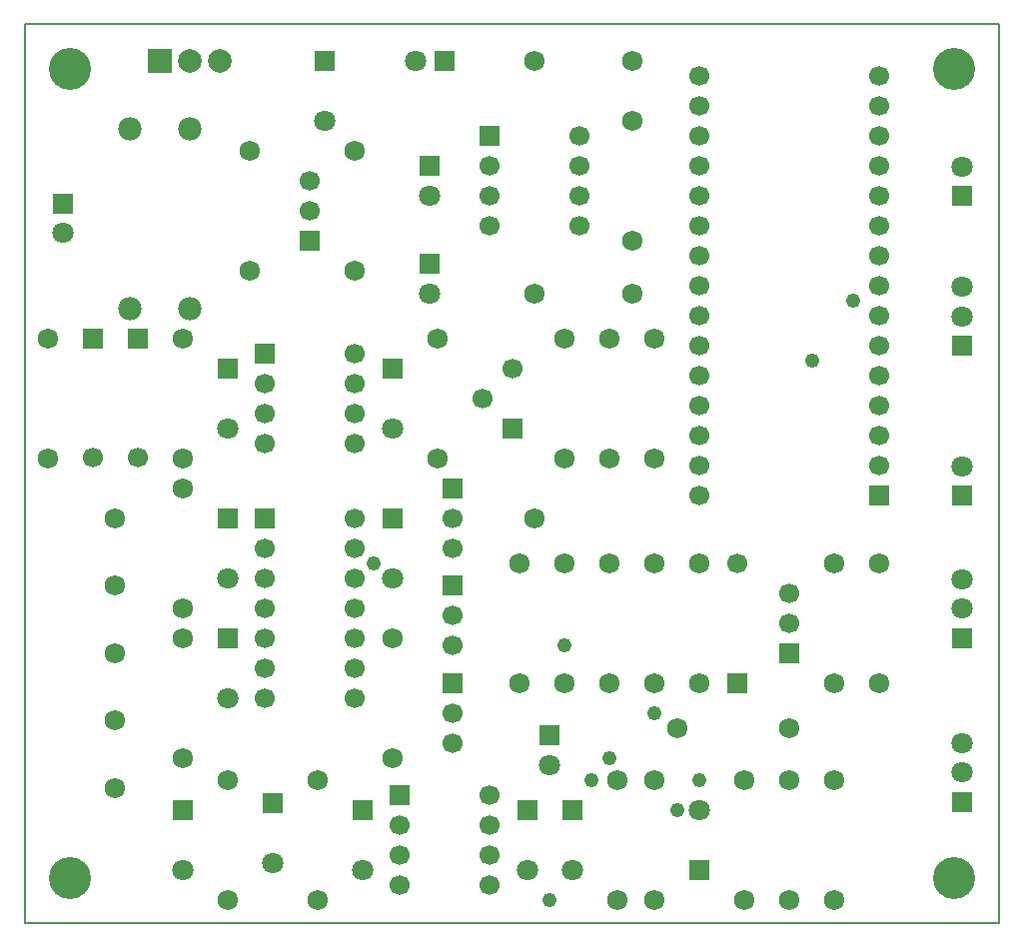
<source format=gbr>
G04 DipTrace 3.3.1.3*
G04 BottomMask.gbr*
%MOIN*%
G04 #@! TF.FileFunction,Soldermask,Bot*
G04 #@! TF.Part,Single*
%ADD11C,0.005512*%
%ADD29C,0.14*%
%ADD39C,0.04788*%
%ADD41C,0.07788*%
%ADD43C,0.07788*%
%ADD45C,0.06788*%
%ADD47C,0.06788*%
%ADD49C,0.078746*%
%ADD51R,0.078746X0.078746*%
%ADD53C,0.070872*%
%ADD55C,0.066935*%
%ADD57R,0.066935X0.066935*%
%ADD59R,0.070872X0.070872*%
%ADD61C,0.070872*%
%FSLAX26Y26*%
G04*
G70*
G90*
G75*
G01*
G04 BotMask*
%LPD*%
D39*
X2281200Y868700D3*
X2193700Y1318700D3*
X1556200Y1593700D3*
X2143700Y468700D3*
X2568700Y768700D3*
X2643700Y868700D3*
X2493700Y1093700D3*
X3156200Y2468700D3*
X3018700Y2268700D3*
X2343700Y943700D3*
D61*
X1393700Y3068700D3*
D59*
Y3268700D3*
X1743700Y2918700D3*
D61*
Y2818700D3*
D59*
Y2593700D3*
D61*
Y2493700D3*
X1068700Y2043700D3*
D59*
Y2243700D3*
D61*
X1618700Y2043700D3*
D59*
Y2243700D3*
D61*
X1068700Y1543700D3*
D59*
Y1743700D3*
D61*
X1618700Y1543700D3*
D59*
Y1743700D3*
D61*
X1068700Y1143700D3*
D59*
Y1343700D3*
X2143700Y1018700D3*
D61*
Y918700D3*
X1218700Y593700D3*
D59*
Y793700D3*
D61*
X918700Y568700D3*
D59*
Y768700D3*
D61*
X1518700Y568700D3*
D59*
Y768700D3*
D61*
X2068700Y568700D3*
D59*
Y768700D3*
D61*
X2218700Y568700D3*
D59*
Y768700D3*
D61*
X2643700D3*
D59*
Y568700D3*
D57*
X618700Y2343700D3*
D55*
Y1946062D3*
D57*
X768700Y2343700D3*
D55*
Y1946062D3*
D57*
X2768700Y1193700D3*
D55*
Y1591338D3*
D29*
X543700Y3243700D3*
X3493700D3*
X543700Y543700D3*
X3493700D3*
D59*
X1793700Y3268700D3*
D53*
X1695275D3*
D59*
X3518700Y2818700D3*
D53*
Y2917125D3*
D59*
X518700Y2793700D3*
D53*
Y2695275D3*
D59*
X3518700Y2318700D3*
D53*
Y2417125D3*
Y2515550D3*
D59*
Y1818700D3*
D53*
Y1917125D3*
D59*
Y1343700D3*
D53*
Y1442125D3*
Y1540550D3*
D59*
Y796850D3*
D53*
Y895275D3*
Y993700D3*
D51*
X843700Y3268700D3*
D49*
X1043700D3*
X943700D3*
D57*
X1343700Y2668700D3*
D55*
Y2768700D3*
Y2868700D3*
D57*
X1818700Y1843700D3*
D55*
Y1743700D3*
Y1643700D3*
D57*
Y1518700D3*
D55*
Y1418700D3*
Y1318700D3*
D57*
X2943700Y1293700D3*
D55*
Y1393700D3*
Y1493700D3*
D57*
X1818700Y1193700D3*
D55*
Y1093700D3*
Y993700D3*
D47*
X2418700Y2668700D3*
D45*
Y3068700D3*
D43*
X743700Y2443700D3*
D41*
Y3043700D3*
D43*
X943700D3*
D41*
Y2443700D3*
D47*
X1143700Y2968700D3*
D45*
Y2568700D3*
D47*
X1493700D3*
D45*
Y2968700D3*
D47*
X468700Y1943700D3*
D45*
Y2343700D3*
D47*
X918700D3*
D45*
Y1943700D3*
D47*
X1768700D3*
D45*
Y2343700D3*
D47*
X2193700D3*
D45*
Y1943700D3*
D47*
X2343700Y2343700D3*
D45*
Y1943700D3*
D47*
X2493700Y2343700D3*
D45*
Y1943700D3*
D57*
X2018700Y2043700D3*
D55*
X1918700Y2143700D3*
X2018700Y2243700D3*
D47*
X918700Y1443700D3*
D45*
Y1843700D3*
D47*
X2043700Y1593700D3*
D45*
Y1193700D3*
D47*
X2193700Y1593700D3*
D45*
Y1193700D3*
D47*
X2343700Y1593700D3*
D45*
Y1193700D3*
D47*
X2493700Y1593700D3*
D45*
Y1193700D3*
D47*
X2643700Y1593700D3*
D45*
Y1193700D3*
D47*
X3093700D3*
D45*
Y1593700D3*
D47*
X3243700Y1193700D3*
D45*
Y1593700D3*
D47*
X918700Y1343700D3*
D45*
Y943700D3*
D47*
X1618700Y1343700D3*
D45*
Y943700D3*
D47*
X1068700Y468700D3*
D45*
Y868700D3*
D47*
X1368700D3*
D45*
Y468700D3*
D47*
X2368700Y868700D3*
D45*
Y468700D3*
D47*
X2493700Y868700D3*
D45*
Y468700D3*
D47*
X2793700D3*
D45*
Y868700D3*
D47*
X2943700D3*
D45*
Y468700D3*
D47*
X3093700D3*
D45*
Y868700D3*
D47*
X2093700Y3268700D3*
X2418700D3*
X2093700Y2493700D3*
X2418700D3*
X693700Y1743700D3*
X2093700D3*
X693700Y1518700D3*
Y1293700D3*
Y1068700D3*
X2568700Y1043700D3*
X2943700D3*
X693700Y843700D3*
D57*
X3243700Y1818700D3*
D55*
Y1918700D3*
Y2018700D3*
Y2118700D3*
Y2218700D3*
Y2318700D3*
Y2418700D3*
Y2518700D3*
Y2618700D3*
Y2718700D3*
Y2818700D3*
Y2918700D3*
Y3018700D3*
Y3118700D3*
Y3218700D3*
X2643700D3*
Y3118700D3*
Y3018700D3*
Y2918700D3*
Y2818700D3*
Y2718700D3*
Y2618700D3*
Y2518700D3*
Y2418700D3*
Y2318700D3*
Y2218700D3*
Y2118700D3*
Y2018700D3*
Y1918700D3*
Y1818700D3*
D57*
X1943700Y3018700D3*
D55*
Y2918700D3*
Y2818700D3*
Y2718700D3*
X2243700D3*
Y2818700D3*
Y2918700D3*
Y3018700D3*
D57*
X1193700Y2293700D3*
D55*
Y2193700D3*
Y2093700D3*
Y1993700D3*
X1493700D3*
Y2093700D3*
Y2193700D3*
Y2293700D3*
D57*
X1193700Y1743700D3*
D55*
Y1643700D3*
Y1543700D3*
Y1443700D3*
Y1343700D3*
Y1243700D3*
Y1143700D3*
X1493700D3*
Y1243700D3*
Y1343700D3*
Y1443700D3*
Y1543700D3*
Y1643700D3*
Y1743700D3*
D57*
X1643700Y818700D3*
D55*
Y718700D3*
Y618700D3*
Y518700D3*
X1943700D3*
Y618700D3*
Y718700D3*
Y818700D3*
G04 BoardOutline*
X393700Y393700D2*
D11*
X3643700D1*
Y3393700D1*
X393700D1*
Y393700D1*
M02*

</source>
